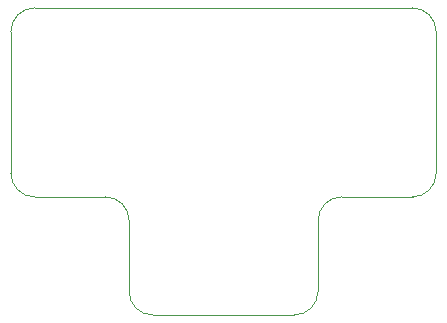
<source format=gm1>
G04 #@! TF.GenerationSoftware,KiCad,Pcbnew,5.1.9+dfsg1-1*
G04 #@! TF.CreationDate,2023-01-27T15:44:32+09:00*
G04 #@! TF.ProjectId,top,746f702e-6b69-4636-9164-5f7063625858,rev?*
G04 #@! TF.SameCoordinates,Original*
G04 #@! TF.FileFunction,Profile,NP*
%FSLAX46Y46*%
G04 Gerber Fmt 4.6, Leading zero omitted, Abs format (unit mm)*
G04 Created by KiCad (PCBNEW 5.1.9+dfsg1-1) date 2023-01-27 15:44:32*
%MOMM*%
%LPD*%
G01*
G04 APERTURE LIST*
G04 #@! TA.AperFunction,Profile*
%ADD10C,0.050000*%
G04 #@! TD*
G04 APERTURE END LIST*
D10*
X124000000Y-118000000D02*
X136000000Y-118000000D01*
X138000000Y-116000000D02*
G75*
G02*
X136000000Y-118000000I-2000000J0D01*
G01*
X124000000Y-118000000D02*
G75*
G02*
X122000000Y-116000000I0J2000000D01*
G01*
X138000000Y-110000000D02*
G75*
G02*
X140000000Y-108000000I2000000J0D01*
G01*
X120000000Y-108000000D02*
G75*
G02*
X122000000Y-110000000I0J-2000000D01*
G01*
X122000000Y-110000000D02*
X122000000Y-116000000D01*
X140000000Y-108000000D02*
X146000000Y-108000000D01*
X138000000Y-116000000D02*
X138000000Y-110000000D01*
X114000000Y-108000000D02*
X120000000Y-108000000D01*
X148000000Y-94000000D02*
X148000000Y-106000000D01*
X112000000Y-106000000D02*
X112000000Y-94000000D01*
X148000000Y-106000000D02*
G75*
G02*
X146000000Y-108000000I-2000000J0D01*
G01*
X114000000Y-108000000D02*
G75*
G02*
X112000000Y-106000000I0J2000000D01*
G01*
X114000000Y-92000000D02*
X146000000Y-92000000D01*
X146000000Y-92000000D02*
G75*
G02*
X148000000Y-94000000I0J-2000000D01*
G01*
X112000000Y-94000000D02*
G75*
G02*
X114000000Y-92000000I2000000J0D01*
G01*
M02*

</source>
